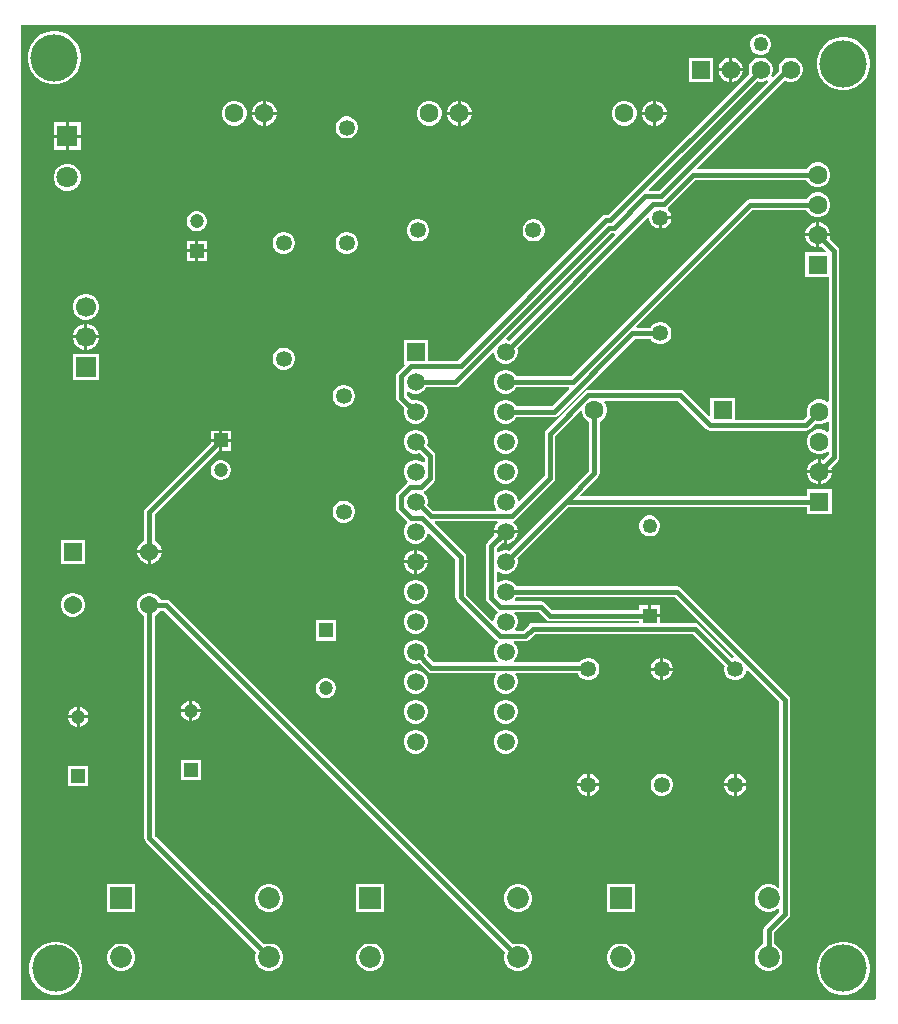
<source format=gbl>
%FSTAX23Y23*%
%MOIN*%
%SFA1B1*%

%IPPOS*%
%ADD16C,0.049210*%
%ADD17C,0.061810*%
%ADD18R,0.061810X0.061810*%
%ADD19R,0.072840X0.072840*%
%ADD21C,0.072840*%
%ADD24R,0.047240X0.047240*%
%ADD29C,0.062990*%
%ADD31C,0.047240*%
%ADD32C,0.060630*%
%ADD33R,0.049210X0.049210*%
%ADD34R,0.062990X0.062990*%
%ADD38R,0.060630X0.060630*%
%ADD40C,0.015750*%
%ADD41C,0.053150*%
%ADD42C,0.059060*%
%ADD43R,0.059060X0.059060*%
%ADD44R,0.062990X0.062990*%
%ADD45C,0.066930*%
%ADD46C,0.070870*%
%ADD47R,0.070870X0.070870*%
%ADD48R,0.066930X0.066930*%
%ADD49C,0.157480*%
%LNclicguard-1*%
%LPD*%
G36*
X05165Y0101D02*
X0516Y01005D01*
X02315*
Y04255*
X05165*
Y0101*
G37*
%LNclicguard-2*%
%LPC*%
G36*
X04784Y04224D02*
X04775D01*
X04766Y04222*
X04758Y04217*
X04752Y04211*
X04747Y04203*
X04745Y04194*
Y04185*
X04747Y04176*
X04752Y04168*
X04758Y04162*
X04766Y04157*
X04775Y04155*
X04784*
X04793Y04157*
X04801Y04162*
X04807Y04168*
X04812Y04176*
X04814Y04185*
Y04194*
X04812Y04203*
X04807Y04211*
X04801Y04217*
X04793Y04222*
X04784Y04224*
G37*
G36*
X04685Y04145D02*
X04685D01*
Y0411*
X0472*
Y0411*
X04718Y0412*
X04712Y0413*
X04705Y04137*
X04695Y04143*
X04685Y04145*
G37*
G36*
X04675D02*
X04674D01*
X04664Y04143*
X04654Y04137*
X04647Y0413*
X04641Y0412*
X04639Y0411*
Y0411*
X04675*
Y04145*
G37*
G36*
X04885D02*
X04874D01*
X04864Y04143*
X04854Y04137*
X04847Y0413*
X04841Y0412*
X04839Y0411*
Y04101*
X04819Y04081*
X04815Y04084*
X04818Y04089*
X0482Y04099*
Y0411*
X04818Y0412*
X04812Y0413*
X04805Y04137*
X04795Y04143*
X04785Y04145*
X04774*
X04764Y04143*
X04754Y04137*
X04747Y0413*
X04741Y0412*
X04739Y0411*
Y04099*
X04741Y04091*
X04271Y03622*
X04265*
X04258Y0362*
X04252Y03616*
X03771Y03135*
X03669*
Y03204*
X0359*
Y03125*
X03591*
X03593Y0312*
X03569Y03097*
X03565Y03091*
X03564Y03084*
Y03012*
X03565Y03005*
X03569Y02999*
X03592Y02976*
X0359Y0297*
Y02959*
X03593Y02949*
X03598Y0294*
X03605Y02933*
X03614Y02928*
X03624Y02925*
X03635*
X03645Y02928*
X03654Y02933*
X03661Y0294*
X03666Y02949*
X03669Y02959*
Y0297*
X03666Y0298*
X03661Y02989*
X03654Y02996*
X03645Y03001*
X03635Y03004*
X03624*
X03618Y03002*
X036Y03019*
Y03031*
X03605Y03033*
X03605Y03033*
X03614Y03028*
X03624Y03025*
X03635*
X03645Y03028*
X03654Y03033*
X03661Y0304*
X03665Y03046*
X03762*
X03769Y03048*
X03775Y03052*
X03885Y03162*
X0389Y0316*
Y03159*
X03893Y03149*
X03898Y0314*
X03905Y03133*
X03914Y03128*
X03924Y03125*
X03935*
X03945Y03128*
X03954Y03133*
X03961Y0314*
X03966Y03149*
X03969Y03159*
Y0317*
X03967Y03176*
X04403Y03613*
X04408Y03611*
Y03608*
X0441Y03598*
X04415Y0359*
X04422Y03583*
X0443Y03578*
X0444Y03576*
Y03612*
X04445*
Y03617*
X04481*
X04479Y03627*
X04474Y03635*
X0447Y03638*
X0447Y03644*
X04562Y03736*
X04932*
X04936Y03729*
X04944Y03721*
X04953Y03716*
X04964Y03713*
X04975*
X04986Y03716*
X04995Y03721*
X05003Y03729*
X05008Y03738*
X05011Y03749*
Y0376*
X05008Y03771*
X05003Y0378*
X04995Y03788*
X04986Y03793*
X04975Y03796*
X04964*
X04953Y03793*
X04944Y03788*
X04936Y0378*
X04932Y03773*
X04569*
X04567Y03777*
X04859Y04069*
X04864Y04066*
X04874Y04064*
X04885*
X04895Y04066*
X04905Y04072*
X04912Y04079*
X04918Y04089*
X0492Y04099*
Y0411*
X04918Y0412*
X04912Y0413*
X04905Y04137*
X04895Y04143*
X04885Y04145*
G37*
G36*
X0472Y041D02*
X04685D01*
Y04064*
X04685*
X04695Y04066*
X04705Y04072*
X04712Y04079*
X04718Y04089*
X0472Y04099*
Y041*
G37*
G36*
X04675D02*
X04639D01*
Y04099*
X04641Y04089*
X04647Y04079*
X04654Y04072*
X04664Y04066*
X04674Y04064*
X04675*
Y041*
G37*
G36*
X0462Y04145D02*
X04539D01*
Y04064*
X0462*
Y04145*
G37*
G36*
X02433Y04233D02*
X02416D01*
X02399Y0423*
X02382Y04223*
X02368Y04213*
X02356Y04201*
X02346Y04187*
X02339Y0417*
X02336Y04153*
Y04136*
X02339Y04119*
X02346Y04102*
X02356Y04088*
X02368Y04076*
X02382Y04066*
X02399Y04059*
X02416Y04056*
X02433*
X0245Y04059*
X02467Y04066*
X02481Y04076*
X02493Y04088*
X02503Y04102*
X0251Y04119*
X02513Y04136*
Y04153*
X0251Y0417*
X02503Y04187*
X02493Y04201*
X02481Y04213*
X02467Y04223*
X0245Y0423*
X02433Y04233*
G37*
G36*
X05063Y04213D02*
X05046D01*
X05029Y0421*
X05012Y04203*
X04998Y04193*
X04986Y04181*
X04976Y04167*
X04969Y0415*
X04966Y04133*
Y04116*
X04969Y04099*
X04976Y04082*
X04986Y04068*
X04998Y04056*
X05012Y04046*
X05029Y04039*
X05046Y04036*
X05063*
X0508Y04039*
X05097Y04046*
X05111Y04056*
X05123Y04068*
X05133Y04082*
X0514Y04099*
X05143Y04116*
Y04133*
X0514Y0415*
X05133Y04167*
X05123Y04181*
X05111Y04193*
X05097Y04203*
X0508Y0421*
X05063Y04213*
G37*
G36*
X0443Y04001D02*
X0443D01*
Y03965*
X04466*
Y03965*
X04463Y03976*
X04458Y03985*
X0445Y03993*
X04441Y03998*
X0443Y04001*
G37*
G36*
X0442D02*
X04419D01*
X04408Y03998*
X04399Y03993*
X04391Y03985*
X04386Y03976*
X04383Y03965*
Y03965*
X0442*
Y04001*
G37*
G36*
X0378D02*
X0378D01*
Y03965*
X03816*
Y03965*
X03813Y03976*
X03808Y03985*
X038Y03993*
X03791Y03998*
X0378Y04001*
G37*
G36*
X0377D02*
X03769D01*
X03758Y03998*
X03749Y03993*
X03741Y03985*
X03736Y03976*
X03733Y03965*
Y03965*
X0377*
Y04001*
G37*
G36*
X0313D02*
X0313D01*
Y03965*
X03166*
Y03965*
X03163Y03976*
X03158Y03985*
X0315Y03993*
X03141Y03998*
X0313Y04001*
G37*
G36*
X0312D02*
X03119D01*
X03108Y03998*
X03099Y03993*
X03091Y03985*
X03086Y03976*
X03083Y03965*
Y03965*
X0312*
Y04001*
G37*
G36*
X04466Y03955D02*
X0443D01*
Y03918*
X0443*
X04441Y03921*
X0445Y03926*
X04458Y03934*
X04463Y03943*
X04466Y03954*
Y03955*
G37*
G36*
X0442D02*
X04383D01*
Y03954*
X04386Y03943*
X04391Y03934*
X04399Y03926*
X04408Y03921*
X04419Y03918*
X0442*
Y03955*
G37*
G36*
X0433Y04001D02*
X04319D01*
X04308Y03998*
X04299Y03993*
X04291Y03985*
X04286Y03976*
X04283Y03965*
Y03954*
X04286Y03943*
X04291Y03934*
X04299Y03926*
X04308Y03921*
X04319Y03918*
X0433*
X04341Y03921*
X0435Y03926*
X04358Y03934*
X04363Y03943*
X04366Y03954*
Y03965*
X04363Y03976*
X04358Y03985*
X0435Y03993*
X04341Y03998*
X0433Y04001*
G37*
G36*
X03816Y03955D02*
X0378D01*
Y03918*
X0378*
X03791Y03921*
X038Y03926*
X03808Y03934*
X03813Y03943*
X03816Y03954*
Y03955*
G37*
G36*
X0377D02*
X03733D01*
Y03954*
X03736Y03943*
X03741Y03934*
X03749Y03926*
X03758Y03921*
X03769Y03918*
X0377*
Y03955*
G37*
G36*
X0368Y04001D02*
X03669D01*
X03658Y03998*
X03649Y03993*
X03641Y03985*
X03636Y03976*
X03633Y03965*
Y03954*
X03636Y03943*
X03641Y03934*
X03649Y03926*
X03658Y03921*
X03669Y03918*
X0368*
X03691Y03921*
X037Y03926*
X03708Y03934*
X03713Y03943*
X03716Y03954*
Y03965*
X03713Y03976*
X03708Y03985*
X037Y03993*
X03691Y03998*
X0368Y04001*
G37*
G36*
X03166Y03955D02*
X0313D01*
Y03918*
X0313*
X03141Y03921*
X0315Y03926*
X03158Y03934*
X03163Y03943*
X03166Y03954*
Y03955*
G37*
G36*
X0312D02*
X03083D01*
Y03954*
X03086Y03943*
X03091Y03934*
X03099Y03926*
X03108Y03921*
X03119Y03918*
X0312*
Y03955*
G37*
G36*
X0303Y04001D02*
X03019D01*
X03008Y03998*
X02999Y03993*
X02991Y03985*
X02986Y03976*
X02983Y03965*
Y03954*
X02986Y03943*
X02991Y03934*
X02999Y03926*
X03008Y03921*
X03019Y03918*
X0303*
X03041Y03921*
X0305Y03926*
X03058Y03934*
X03063Y03943*
X03066Y03954*
Y03965*
X03063Y03976*
X03058Y03985*
X0305Y03993*
X03041Y03998*
X0303Y04001*
G37*
G36*
X02514Y03929D02*
X02473D01*
Y03888*
X02514*
Y03929*
G37*
G36*
X02463D02*
X02423D01*
Y03888*
X02463*
Y03929*
G37*
G36*
X03404Y03949D02*
X03395D01*
X03385Y03947*
X03377Y03942*
X0337Y03935*
X03365Y03927*
X03363Y03917*
Y03908*
X03365Y03898*
X0337Y0389*
X03377Y03883*
X03385Y03878*
X03395Y03876*
X03404*
X03414Y03878*
X03422Y03883*
X03429Y0389*
X03434Y03898*
X03436Y03908*
Y03917*
X03434Y03927*
X03429Y03935*
X03422Y03942*
X03414Y03947*
X03404Y03949*
G37*
G36*
X02514Y03878D02*
X02473D01*
Y03838*
X02514*
Y03878*
G37*
G36*
X02463D02*
X02423D01*
Y03838*
X02463*
Y03878*
G37*
G36*
X02474Y03791D02*
X02462D01*
X02451Y03788*
X02441Y03782*
X02432Y03774*
X02426Y03763*
X02423Y03752*
Y0374*
X02426Y03728*
X02432Y03718*
X02441Y03709*
X02451Y03703*
X02462Y037*
X02474*
X02486Y03703*
X02496Y03709*
X02505Y03718*
X02511Y03728*
X02514Y0374*
Y03752*
X02511Y03763*
X02505Y03774*
X02496Y03782*
X02486Y03788*
X02474Y03791*
G37*
G36*
X04975Y03696D02*
X04964D01*
X04953Y03693*
X04944Y03688*
X04936Y0368*
X04932Y03673*
X04744*
X04737Y03671*
X04731Y03667*
X04146Y03083*
X03965*
X03961Y03089*
X03954Y03096*
X03945Y03101*
X03935Y03104*
X03924*
X03914Y03101*
X03905Y03096*
X03898Y03089*
X03893Y0308*
X0389Y0307*
Y03059*
X03893Y03049*
X03898Y0304*
X03905Y03033*
X03914Y03028*
X03924Y03025*
X03935*
X03945Y03028*
X03954Y03033*
X03961Y0304*
X03965Y03046*
X0414*
X04142Y03042*
X04083Y02983*
X03965*
X03961Y02989*
X03954Y02996*
X03945Y03001*
X03935Y03004*
X03924*
X03914Y03001*
X03905Y02996*
X03898Y02989*
X03893Y0298*
X0389Y0297*
Y02959*
X03893Y02949*
X03898Y0294*
X03905Y02933*
X03914Y02928*
X03924Y02925*
X03935*
X03945Y02928*
X03954Y02933*
X03961Y0294*
X03965Y02946*
X0409*
X04097Y02948*
X04103Y02952*
X0436Y03208*
X04413*
X04415Y03204*
X04422Y03197*
X0443Y03193*
X0444Y0319*
X04449*
X04459Y03193*
X04467Y03197*
X04474Y03204*
X04479Y03212*
X04481Y03222*
Y03231*
X04479Y03241*
X04474Y03249*
X04467Y03256*
X04459Y03261*
X04449Y03263*
X0444*
X0443Y03261*
X04422Y03256*
X04415Y03249*
X04413Y03245*
X04367*
X04365Y03249*
X04752Y03636*
X04932*
X04936Y03629*
X04944Y03621*
X04953Y03616*
X04964Y03613*
X04975*
X04986Y03616*
X04995Y03621*
X05003Y03629*
X05008Y03638*
X05011Y03649*
Y0366*
X05008Y03671*
X05003Y0368*
X04995Y03688*
X04986Y03693*
X04975Y03696*
G37*
G36*
X04481Y03607D02*
X0445D01*
Y03576*
X04459Y03578*
X04467Y03583*
X04474Y0359*
X04479Y03598*
X04481Y03607*
G37*
G36*
X02904Y03633D02*
X02895D01*
X02887Y03631*
X02879Y03626*
X02873Y0362*
X02868Y03612*
X02866Y03604*
Y03595*
X02868Y03587*
X02873Y03579*
X02879Y03573*
X02887Y03568*
X02895Y03566*
X02904*
X02912Y03568*
X0292Y03573*
X02926Y03579*
X02931Y03587*
X02933Y03595*
Y03604*
X02931Y03612*
X02926Y0362*
X0292Y03626*
X02912Y03631*
X02904Y03633*
G37*
G36*
X04975Y03596D02*
X04975D01*
Y0356*
X05011*
Y0356*
X05008Y03571*
X05003Y0358*
X04995Y03588*
X04986Y03593*
X04975Y03596*
G37*
G36*
X04965D02*
X04964D01*
X04953Y03593*
X04944Y03588*
X04936Y0358*
X04931Y03571*
X04928Y0356*
Y0356*
X04965*
Y03596*
G37*
G36*
X04027Y03606D02*
X04018D01*
X04008Y03604*
X04Y03599*
X03993Y03592*
X03988Y03584*
X03986Y03574*
Y03565*
X03988Y03555*
X03993Y03547*
X04Y0354*
X04008Y03535*
X04018Y03533*
X04027*
X04037Y03535*
X04045Y0354*
X04052Y03547*
X04057Y03555*
X04059Y03565*
Y03574*
X04057Y03584*
X04052Y03592*
X04045Y03599*
X04037Y03604*
X04027Y03606*
G37*
G36*
X03641D02*
X03632D01*
X03622Y03604*
X03614Y03599*
X03607Y03592*
X03603Y03584*
X036Y03574*
Y03565*
X03603Y03555*
X03607Y03547*
X03614Y0354*
X03622Y03535*
X03632Y03533*
X03641*
X03651Y03535*
X03659Y0354*
X03666Y03547*
X03671Y03555*
X03673Y03565*
Y03574*
X03671Y03584*
X03666Y03592*
X03659Y03599*
X03651Y03604*
X03641Y03606*
G37*
G36*
X04965Y0355D02*
X04928D01*
Y03549*
X04931Y03538*
X04936Y03529*
X04944Y03521*
X04953Y03516*
X04964Y03513*
X04965*
Y0355*
G37*
G36*
X02933Y03535D02*
X02905D01*
Y03506*
X02933*
Y03535*
G37*
G36*
X02895D02*
X02866D01*
Y03506*
X02895*
Y03535*
G37*
G36*
X03194Y03564D02*
X03185D01*
X03175Y03562*
X03167Y03557*
X0316Y0355*
X03155Y03542*
X03153Y03532*
Y03523*
X03155Y03513*
X0316Y03505*
X03167Y03498*
X03175Y03493*
X03185Y03491*
X03194*
X03204Y03493*
X03212Y03498*
X03219Y03505*
X03224Y03513*
X03226Y03523*
Y03532*
X03224Y03542*
X03219Y0355*
X03212Y03557*
X03204Y03562*
X03194Y03564*
G37*
G36*
X03404Y03563D02*
X03395D01*
X03385Y03561*
X03377Y03556*
X0337Y03549*
X03365Y03541*
X03363Y03531*
Y03522*
X03365Y03512*
X0337Y03504*
X03377Y03497*
X03385Y03493*
X03395Y0349*
X03404*
X03414Y03493*
X03422Y03497*
X03429Y03504*
X03434Y03512*
X03436Y03522*
Y03531*
X03434Y03541*
X03429Y03549*
X03422Y03556*
X03414Y03561*
X03404Y03563*
G37*
G36*
X02933Y03496D02*
X02905D01*
Y03467*
X02933*
Y03496*
G37*
G36*
X02895D02*
X02866D01*
Y03467*
X02895*
Y03496*
G37*
G36*
X02535Y03358D02*
X02524D01*
X02513Y03355*
X02503Y03349*
X02495Y03341*
X02489Y03331*
X02486Y0332*
Y03309*
X02489Y03298*
X02495Y03288*
X02503Y0328*
X02513Y03274*
X02524Y03271*
X02535*
X02546Y03274*
X02556Y0328*
X02564Y03288*
X0257Y03298*
X02573Y03309*
Y0332*
X0257Y03331*
X02564Y03341*
X02556Y03349*
X02546Y03355*
X02535Y03358*
G37*
G36*
Y03258D02*
X02535D01*
Y0322*
X02573*
Y0322*
X0257Y03231*
X02564Y03241*
X02556Y03249*
X02546Y03255*
X02535Y03258*
G37*
G36*
X02525D02*
X02524D01*
X02513Y03255*
X02503Y03249*
X02495Y03241*
X02489Y03231*
X02486Y0322*
Y0322*
X02525*
Y03258*
G37*
G36*
X02573Y0321D02*
X02535D01*
Y03171*
X02535*
X02546Y03174*
X02556Y0318*
X02564Y03188*
X0257Y03198*
X02573Y03209*
Y0321*
G37*
G36*
X02525D02*
X02486D01*
Y03209*
X02489Y03198*
X02495Y03188*
X02503Y0318*
X02513Y03174*
X02524Y03171*
X02525*
Y0321*
G37*
G36*
X03194Y03178D02*
X03185D01*
X03175Y03176*
X03167Y03171*
X0316Y03164*
X03155Y03156*
X03153Y03146*
Y03137*
X03155Y03127*
X0316Y03119*
X03167Y03112*
X03175Y03108*
X03185Y03105*
X03194*
X03204Y03108*
X03212Y03112*
X03219Y03119*
X03224Y03127*
X03226Y03137*
Y03146*
X03224Y03156*
X03219Y03164*
X03212Y03171*
X03204Y03176*
X03194Y03178*
G37*
G36*
X02573Y03158D02*
X02486D01*
Y03071*
X02573*
Y03158*
G37*
G36*
X05011Y0355D02*
X04975D01*
Y03513*
X04975*
X04983Y03515*
X04998Y03501*
X04996Y03496*
X04928*
Y03413*
X05006*
Y02999*
X05001Y02997*
X05Y02998*
X04991Y03003*
X0498Y03006*
X04969*
X04958Y03003*
X04949Y02998*
X04941Y0299*
X04936Y02981*
X04933Y0297*
Y02959*
X04935Y02951*
X04923Y02938*
X04695*
Y03011*
X04612*
Y02951*
X04607Y02949*
X04525Y03032*
X04519Y03036*
X04512Y03037*
X04205*
X04198Y03036*
X04192Y03032*
X04064Y02904*
X0406Y02898*
X04059Y02891*
Y02753*
X03974Y02667*
X03969Y02669*
Y0267*
X03966Y0268*
X03961Y02689*
X03954Y02696*
X03945Y02701*
X03935Y02704*
X03924*
X03914Y02701*
X03905Y02696*
X03898Y02689*
X03893Y0268*
X0389Y0267*
Y02659*
X03893Y02649*
X03898Y0264*
X03898Y0264*
X03896Y02635*
X03688*
X03668Y02655*
X03669Y02659*
Y0267*
X03666Y0268*
X03661Y02689*
X03656Y02694*
X03657Y027*
X03659Y02702*
X0369Y02732*
X03694Y02738*
X03695Y02745*
Y02817*
X03694Y02824*
X0369Y0283*
X03667Y02853*
X03669Y02859*
Y0287*
X03666Y0288*
X03661Y02889*
X03654Y02896*
X03645Y02901*
X03635Y02904*
X03624*
X03614Y02901*
X03605Y02896*
X03598Y02889*
X03593Y0288*
X0359Y0287*
Y02859*
X03593Y02849*
X03598Y0284*
X03605Y02833*
X03614Y02828*
X03624Y02825*
X03635*
X03641Y02827*
X03659Y0281*
Y02798*
X03654Y02796*
X03654Y02796*
X03645Y02801*
X03635Y02804*
X03624*
X03614Y02801*
X03605Y02796*
X03598Y02789*
X03593Y0278*
X0359Y0277*
Y02759*
X03593Y02749*
X03598Y0274*
X03603Y02735*
X03603Y02732*
X03602Y02729*
X036Y02727*
X03569Y02697*
X03565Y02691*
X03564Y02684*
Y02645*
X03565Y02638*
X03569Y02632*
X03602Y026*
X03602Y02598*
X03602Y02593*
X03598Y02589*
X03593Y0258*
X0359Y0257*
Y02559*
X03593Y02549*
X03598Y0254*
X03605Y02533*
X03614Y02528*
X03624Y02525*
X03635*
X03645Y02528*
X03654Y02533*
X03661Y0254*
X03666Y02549*
X03669Y02559*
Y0256*
X03674Y02562*
X03761Y02474*
Y02347*
Y02347*
X03763Y0234*
X03767Y02335*
X03897Y02204*
X03903Y022*
X03903Y022*
X03904Y02195*
X03898Y02189*
X03893Y0218*
X0389Y0217*
Y02159*
X03893Y02149*
X03898Y0214*
X03903Y02135*
X03901Y0213*
X0369*
X03667Y02153*
X03669Y02159*
Y0217*
X03666Y0218*
X03661Y02189*
X03654Y02196*
X03645Y02201*
X03635Y02204*
X03624*
X03614Y02201*
X03605Y02196*
X03598Y02189*
X03593Y0218*
X0359Y0217*
Y02159*
X03593Y02149*
X03598Y0214*
X03605Y02133*
X03614Y02128*
X03624Y02125*
X03635*
X03641Y02127*
X03669Y02099*
X03675Y02095*
X03682Y02094*
X03896*
X03898Y02089*
X03898Y02089*
X03893Y0208*
X0389Y0207*
Y02059*
X03893Y02049*
X03898Y0204*
X03905Y02033*
X03914Y02028*
X03924Y02025*
X03935*
X03945Y02028*
X03954Y02033*
X03961Y0204*
X03966Y02049*
X03969Y02059*
Y0207*
X03966Y0208*
X03961Y02089*
X03961Y02089*
X03963Y02094*
X0417*
X0417Y02093*
X04175Y02085*
X04182Y02078*
X0419Y02073*
X042Y02071*
X04209*
X04219Y02073*
X04227Y02078*
X04234Y02085*
X04239Y02093*
X04241Y02103*
Y02112*
X04239Y02122*
X04234Y0213*
X04227Y02137*
X04219Y02142*
X04209Y02144*
X042*
X0419Y02142*
X04182Y02137*
X04175Y0213*
X03958*
X03956Y02135*
X03961Y0214*
X03966Y02149*
X03969Y02159*
Y0217*
X03966Y0218*
X03961Y02189*
X03956Y02194*
X03958Y02199*
X03993*
X04Y022*
X04006Y02204*
X04026Y02224*
X04552*
X04659Y02117*
X04658Y02112*
Y02103*
X0466Y02093*
X04665Y02085*
X04672Y02078*
X0468Y02073*
X0469Y02071*
X04699*
X04709Y02073*
X04717Y02078*
X04724Y02085*
X04729Y02093*
X04731Y02101*
X04736Y02103*
X04842Y01997*
Y01379*
X04837Y01377*
X04834Y0138*
X04823Y01386*
X04812Y01389*
X04799*
X04788Y01386*
X04777Y0138*
X04768Y01371*
X04762Y01361*
X04759Y01349*
Y01337*
X04762Y01325*
X04768Y01314*
X04777Y01306*
X04788Y013*
X04799Y01297*
X04812*
X04823Y013*
X04834Y01306*
X04837Y01309*
X04842Y01307*
Y01298*
X04793Y01249*
X04789Y01243*
X04787Y01236*
Y01189*
X04777Y01183*
X04768Y01175*
X04762Y01164*
X04759Y01152*
Y0114*
X04762Y01128*
X04768Y01118*
X04777Y01109*
X04788Y01103*
X04799Y011*
X04812*
X04823Y01103*
X04834Y01109*
X04843Y01118*
X04849Y01128*
X04852Y0114*
Y01152*
X04849Y01164*
X04843Y01175*
X04834Y01183*
X04824Y01189*
Y01229*
X04873Y01278*
X04877Y01284*
X04878Y01291*
Y02005*
X04877Y02012*
X04873Y02018*
X04513Y02377*
X04507Y02381*
X045Y02383*
X03965*
X03961Y02389*
X03954Y02396*
X03945Y02401*
X03935Y02404*
X03924*
X03914Y02401*
X03905Y02396*
X03905Y02396*
X039Y02398*
Y02431*
X03905Y02433*
X03905Y02433*
X03914Y02428*
X03924Y02425*
X03935*
X03945Y02428*
X03954Y02433*
X03961Y0244*
X03966Y02449*
X03969Y02459*
Y0247*
X03967Y02476*
X04137Y02646*
X04933*
Y02623*
X05016*
Y02706*
X04933*
Y02683*
X0418*
X04178Y02687*
X04238Y02748*
X04242Y02753*
X04244Y0276*
Y02932*
X04251Y02936*
X04259Y02944*
X04264Y02953*
X04267Y02964*
Y02975*
X04264Y02986*
X04259Y02995*
X04258Y02996*
X04259Y03001*
X04504*
X04598Y02907*
X04604Y02903*
X04611Y02902*
X0493*
X04937Y02903*
X04943Y02907*
X04961Y02925*
X04969Y02923*
X0498*
X04991Y02926*
X05Y02931*
X05001Y02932*
X05006Y0293*
Y02899*
X05001Y02897*
X05Y02898*
X04991Y02903*
X0498Y02906*
X04969*
X04958Y02903*
X04949Y02898*
X04941Y0289*
X04936Y02881*
X04933Y0287*
Y02859*
X04936Y02848*
X04941Y02839*
X04949Y02831*
X04958Y02826*
X04969Y02823*
X0498*
X04991Y02826*
X05Y02831*
X05001Y02832*
X05006Y0283*
Y02821*
X04988Y02804*
X0498Y02806*
X0498*
Y0277*
X05016*
Y0277*
X05014Y02778*
X05037Y02801*
X05041Y02807*
X05042Y02814*
Y035*
X05041Y03507*
X05037Y03513*
X05009Y03541*
X05011Y03549*
Y0355*
G37*
G36*
X03394Y03054D02*
X03385D01*
X03375Y03052*
X03367Y03047*
X0336Y0304*
X03355Y03032*
X03353Y03022*
Y03013*
X03355Y03003*
X0336Y02995*
X03367Y02988*
X03375Y02983*
X03385Y02981*
X03394*
X03404Y02983*
X03412Y02988*
X03419Y02995*
X03424Y03003*
X03426Y03013*
Y03022*
X03424Y03032*
X03419Y0304*
X03412Y03047*
X03404Y03052*
X03394Y03054*
G37*
G36*
X03013Y02902D02*
X02985D01*
Y02874*
X03013*
Y02902*
G37*
G36*
X02975D02*
X02946D01*
Y02874*
X02975*
Y02902*
G37*
G36*
X03013Y02864D02*
X02985D01*
Y02835*
X03013*
Y02864*
G37*
G36*
X03935Y02904D02*
X03924D01*
X03914Y02901*
X03905Y02896*
X03898Y02889*
X03893Y0288*
X0389Y0287*
Y02859*
X03893Y02849*
X03898Y0284*
X03905Y02833*
X03914Y02828*
X03924Y02825*
X03935*
X03945Y02828*
X03954Y02833*
X03961Y0284*
X03966Y02849*
X03969Y02859*
Y0287*
X03966Y0288*
X03961Y02889*
X03954Y02896*
X03945Y02901*
X03935Y02904*
G37*
G36*
X0497Y02806D02*
X04969D01*
X04958Y02803*
X04949Y02798*
X04941Y0279*
X04936Y02781*
X04933Y0277*
Y0277*
X0497*
Y02806*
G37*
G36*
X02984Y02804D02*
X02975D01*
X02967Y02802*
X02959Y02797*
X02953Y02791*
X02948Y02783*
X02946Y02775*
Y02766*
X02948Y02757*
X02953Y0275*
X02959Y02743*
X02967Y02739*
X02975Y02737*
X02984*
X02992Y02739*
X03Y02743*
X03006Y0275*
X03011Y02757*
X03013Y02766*
Y02775*
X03011Y02783*
X03006Y02791*
X03Y02797*
X02992Y02802*
X02984Y02804*
G37*
G36*
X03935Y02804D02*
X03924D01*
X03914Y02801*
X03905Y02796*
X03898Y02789*
X03893Y0278*
X0389Y0277*
Y02759*
X03893Y02749*
X03898Y0274*
X03905Y02733*
X03914Y02728*
X03924Y02725*
X03935*
X03945Y02728*
X03954Y02733*
X03961Y0274*
X03966Y02749*
X03969Y02759*
Y0277*
X03966Y0278*
X03961Y02789*
X03954Y02796*
X03945Y02801*
X03935Y02804*
G37*
G36*
X05016Y0276D02*
X0498D01*
Y02723*
X0498*
X04991Y02726*
X05Y02731*
X05008Y02739*
X05013Y02748*
X05016Y02759*
Y0276*
G37*
G36*
X0497D02*
X04933D01*
Y02759*
X04936Y02748*
X04941Y02739*
X04949Y02731*
X04958Y02726*
X04969Y02723*
X0497*
Y0276*
G37*
G36*
X03394Y02668D02*
X03385D01*
X03375Y02666*
X03367Y02661*
X0336Y02654*
X03355Y02646*
X03353Y02636*
Y02627*
X03355Y02617*
X0336Y02609*
X03367Y02602*
X03375Y02598*
X03385Y02595*
X03394*
X03404Y02598*
X03412Y02602*
X03419Y02609*
X03424Y02617*
X03426Y02627*
Y02636*
X03424Y02646*
X03419Y02654*
X03412Y02661*
X03404Y02666*
X03394Y02668*
G37*
G36*
X04414Y02619D02*
X04405D01*
X04396Y02616*
X04388Y02612*
X04382Y02605*
X04377Y02597*
X04375Y02589*
Y0258*
X04377Y02571*
X04382Y02563*
X04388Y02556*
X04396Y02552*
X04405Y0255*
X04414*
X04423Y02552*
X04431Y02556*
X04437Y02563*
X04442Y02571*
X04444Y0258*
Y02589*
X04442Y02597*
X04437Y02605*
X04431Y02612*
X04423Y02616*
X04414Y02619*
G37*
G36*
X02975Y02864D02*
X02946D01*
Y02861*
X0273Y02645*
X02726Y02639*
X02724Y02632*
Y02534*
X02718Y0253*
X0271Y02523*
X02705Y02514*
X02702Y02503*
Y02503*
X02742*
X02783*
Y02503*
X0278Y02514*
X02775Y02523*
X02767Y0253*
X02761Y02534*
Y02624*
X02972Y02835*
X02975*
Y02864*
G37*
G36*
X03635Y02504D02*
X03635D01*
Y0247*
X03669*
Y0247*
X03666Y0248*
X03661Y02489*
X03654Y02496*
X03645Y02501*
X03635Y02504*
G37*
G36*
X03625D02*
X03624D01*
X03614Y02501*
X03605Y02496*
X03598Y02489*
X03593Y0248*
X0359Y0247*
Y0247*
X03625*
Y02504*
G37*
G36*
X02783Y02493D02*
X02747D01*
Y02458*
X02748*
X02758Y02461*
X02767Y02466*
X02775Y02473*
X0278Y02483*
X02783Y02493*
Y02493*
G37*
G36*
X02737D02*
X02702D01*
Y02493*
X02705Y02483*
X0271Y02473*
X02718Y02466*
X02727Y02461*
X02737Y02458*
X02737*
Y02493*
G37*
G36*
X02527Y02538D02*
X02446D01*
Y02458*
X02527*
Y02538*
G37*
G36*
X03669Y0246D02*
X03635D01*
Y02425*
X03635*
X03645Y02428*
X03654Y02433*
X03661Y0244*
X03666Y02449*
X03669Y02459*
Y0246*
G37*
G36*
X03625D02*
X0359D01*
Y02459*
X03593Y02449*
X03598Y0244*
X03605Y02433*
X03614Y02428*
X03624Y02425*
X03625*
Y0246*
G37*
G36*
X03635Y02404D02*
X03624D01*
X03614Y02401*
X03605Y02396*
X03598Y02389*
X03593Y0238*
X0359Y0237*
Y02359*
X03593Y02349*
X03598Y0234*
X03605Y02333*
X03614Y02328*
X03624Y02325*
X03635*
X03645Y02328*
X03654Y02333*
X03661Y0234*
X03666Y02349*
X03669Y02359*
Y0237*
X03666Y0238*
X03661Y02389*
X03654Y02396*
X03645Y02401*
X03635Y02404*
G37*
G36*
X02492Y02361D02*
X02481D01*
X02471Y02358*
X02462Y02353*
X02454Y02346*
X02449Y02336*
X02446Y02326*
Y02316*
X02449Y02305*
X02454Y02296*
X02462Y02289*
X02471Y02283*
X02481Y02281*
X02492*
X02502Y02283*
X02511Y02289*
X02519Y02296*
X02524Y02305*
X02527Y02316*
Y02326*
X02524Y02336*
X02519Y02346*
X02511Y02353*
X02502Y02358*
X02492Y02361*
G37*
G36*
X03635Y02304D02*
X03624D01*
X03614Y02301*
X03605Y02296*
X03598Y02289*
X03593Y0228*
X0359Y0227*
Y02259*
X03593Y02249*
X03598Y0224*
X03605Y02233*
X03614Y02228*
X03624Y02225*
X03635*
X03645Y02228*
X03654Y02233*
X03661Y0224*
X03666Y02249*
X03669Y02259*
Y0227*
X03666Y0228*
X03661Y02289*
X03654Y02296*
X03645Y02301*
X03635Y02304*
G37*
G36*
X03363Y02269D02*
X03296D01*
Y02202*
X03363*
Y02269*
G37*
G36*
X04455Y02144D02*
Y02112D01*
X04486*
X04484Y02122*
X04479Y0213*
X04472Y02137*
X04464Y02142*
X04455Y02144*
G37*
G36*
X04445D02*
X04435Y02142D01*
X04427Y02137*
X0442Y0213*
X04415Y02122*
X04413Y02112*
X04445*
Y02144*
G37*
G36*
X04486Y02102D02*
X04455D01*
Y02071*
X04464Y02073*
X04472Y02078*
X04479Y02085*
X04484Y02093*
X04486Y02102*
G37*
G36*
X04445D02*
X04413D01*
X04415Y02093*
X0442Y02085*
X04427Y02078*
X04435Y02073*
X04445Y02071*
Y02102*
G37*
G36*
X03635Y02104D02*
X03624D01*
X03614Y02101*
X03605Y02096*
X03598Y02089*
X03593Y0208*
X0359Y0207*
Y02059*
X03593Y02049*
X03598Y0204*
X03605Y02033*
X03614Y02028*
X03624Y02025*
X03635*
X03645Y02028*
X03654Y02033*
X03661Y0204*
X03666Y02049*
X03669Y02059*
Y0207*
X03666Y0208*
X03661Y02089*
X03654Y02096*
X03645Y02101*
X03635Y02104*
G37*
G36*
X03334Y02077D02*
X03325D01*
X03317Y02075*
X03309Y0207*
X03303Y02064*
X03298Y02056*
X03296Y02048*
Y02039*
X03298Y0203*
X03303Y02023*
X03309Y02017*
X03317Y02012*
X03325Y0201*
X03334*
X03342Y02012*
X0335Y02017*
X03356Y02023*
X03361Y0203*
X03363Y02039*
Y02048*
X03361Y02056*
X03356Y02064*
X0335Y0207*
X03342Y02075*
X03334Y02077*
G37*
G36*
X02885Y02001D02*
Y01973D01*
X02913*
X02911Y01981*
X02906Y01989*
X029Y01995*
X02892Y01999*
X02885Y02001*
G37*
G36*
X02875D02*
X02867Y01999D01*
X02859Y01995*
X02853Y01989*
X02848Y01981*
X02846Y01973*
X02875*
Y02001*
G37*
G36*
X0251Y01981D02*
Y01953D01*
X02538*
X02536Y01961*
X02531Y01969*
X02525Y01975*
X02517Y01979*
X0251Y01981*
G37*
G36*
X025D02*
X02492Y01979D01*
X02484Y01975*
X02478Y01969*
X02473Y01961*
X02471Y01953*
X025*
Y01981*
G37*
G36*
X02913Y01963D02*
X02885D01*
Y01934*
X02892Y01937*
X029Y01941*
X02906Y01947*
X02911Y01955*
X02913Y01963*
G37*
G36*
X02875D02*
X02846D01*
X02848Y01955*
X02853Y01947*
X02859Y01941*
X02867Y01937*
X02875Y01934*
Y01963*
G37*
G36*
X03935Y02004D02*
X03924D01*
X03914Y02001*
X03905Y01996*
X03898Y01989*
X03893Y0198*
X0389Y0197*
Y01959*
X03893Y01949*
X03898Y0194*
X03905Y01933*
X03914Y01928*
X03924Y01925*
X03935*
X03945Y01928*
X03954Y01933*
X03961Y0194*
X03966Y01949*
X03969Y01959*
Y0197*
X03966Y0198*
X03961Y01989*
X03954Y01996*
X03945Y02001*
X03935Y02004*
G37*
G36*
X03635D02*
X03624D01*
X03614Y02001*
X03605Y01996*
X03598Y01989*
X03593Y0198*
X0359Y0197*
Y01959*
X03593Y01949*
X03598Y0194*
X03605Y01933*
X03614Y01928*
X03624Y01925*
X03635*
X03645Y01928*
X03654Y01933*
X03661Y0194*
X03666Y01949*
X03669Y01959*
Y0197*
X03666Y0198*
X03661Y01989*
X03654Y01996*
X03645Y02001*
X03635Y02004*
G37*
G36*
X02538Y01943D02*
X0251D01*
Y01914*
X02517Y01917*
X02525Y01921*
X02531Y01927*
X02536Y01935*
X02538Y01943*
G37*
G36*
X025D02*
X02471D01*
X02473Y01935*
X02478Y01927*
X02484Y01921*
X02492Y01917*
X025Y01914*
Y01943*
G37*
G36*
X03935Y01904D02*
X03924D01*
X03914Y01901*
X03905Y01896*
X03898Y01889*
X03893Y0188*
X0389Y0187*
Y01859*
X03893Y01849*
X03898Y0184*
X03905Y01833*
X03914Y01828*
X03924Y01825*
X03935*
X03945Y01828*
X03954Y01833*
X03961Y0184*
X03966Y01849*
X03969Y01859*
Y0187*
X03966Y0188*
X03961Y01889*
X03954Y01896*
X03945Y01901*
X03935Y01904*
G37*
G36*
X03635D02*
X03624D01*
X03614Y01901*
X03605Y01896*
X03598Y01889*
X03593Y0188*
X0359Y0187*
Y01859*
X03593Y01849*
X03598Y0184*
X03605Y01833*
X03614Y01828*
X03624Y01825*
X03635*
X03645Y01828*
X03654Y01833*
X03661Y0184*
X03666Y01849*
X03669Y01859*
Y0187*
X03666Y0188*
X03661Y01889*
X03654Y01896*
X03645Y01901*
X03635Y01904*
G37*
G36*
X02913Y01805D02*
X02846D01*
Y01737*
X02913*
Y01805*
G37*
G36*
X047Y01758D02*
Y01727D01*
X04731*
X04729Y01736*
X04724Y01744*
X04717Y01751*
X04709Y01756*
X047Y01758*
G37*
G36*
X0421D02*
Y01727D01*
X04241*
X04239Y01736*
X04234Y01744*
X04227Y01751*
X04219Y01756*
X0421Y01758*
G37*
G36*
X0469D02*
X0468Y01756D01*
X04672Y01751*
X04665Y01744*
X0466Y01736*
X04658Y01727*
X0469*
Y01758*
G37*
G36*
X042D02*
X0419Y01756D01*
X04182Y01751*
X04175Y01744*
X0417Y01736*
X04168Y01727*
X042*
Y01758*
G37*
G36*
X02538Y01785D02*
X02471D01*
Y01717*
X02538*
Y01785*
G37*
G36*
X04731Y01717D02*
X047D01*
Y01685*
X04709Y01688*
X04717Y01692*
X04724Y01699*
X04729Y01707*
X04731Y01717*
G37*
G36*
X04241D02*
X0421D01*
Y01685*
X04219Y01688*
X04227Y01692*
X04234Y01699*
X04239Y01707*
X04241Y01717*
G37*
G36*
X0469D02*
X04658D01*
X0466Y01707*
X04665Y01699*
X04672Y01692*
X0468Y01688*
X0469Y01685*
Y01717*
G37*
G36*
X042D02*
X04168D01*
X0417Y01707*
X04175Y01699*
X04182Y01692*
X0419Y01688*
X042Y01685*
Y01717*
G37*
G36*
X04454Y01758D02*
X04445D01*
X04435Y01756*
X04427Y01751*
X0442Y01744*
X04415Y01736*
X04413Y01726*
Y01717*
X04415Y01707*
X0442Y01699*
X04427Y01692*
X04435Y01688*
X04445Y01685*
X04454*
X04464Y01688*
X04472Y01692*
X04479Y01699*
X04484Y01707*
X04486Y01717*
Y01726*
X04484Y01736*
X04479Y01744*
X04472Y01751*
X04464Y01756*
X04454Y01758*
G37*
G36*
X0436Y01389D02*
X04267D01*
Y01297*
X0436*
Y01389*
G37*
G36*
X03977D02*
X03964D01*
X03953Y01386*
X03942Y0138*
X03933Y01371*
X03927Y01361*
X03924Y01349*
Y01337*
X03927Y01325*
X03933Y01314*
X03942Y01306*
X03953Y013*
X03964Y01297*
X03977*
X03988Y013*
X03999Y01306*
X04008Y01314*
X04014Y01325*
X04017Y01337*
Y01349*
X04014Y01361*
X04008Y01371*
X03999Y0138*
X03988Y01386*
X03977Y01389*
G37*
G36*
X03525D02*
X03432D01*
Y01297*
X03525*
Y01389*
G37*
G36*
X03147D02*
X03134D01*
X03123Y01386*
X03112Y0138*
X03103Y01371*
X03097Y01361*
X03094Y01349*
Y01337*
X03097Y01325*
X03103Y01314*
X03112Y01306*
X03123Y013*
X03134Y01297*
X03147*
X03158Y013*
X03169Y01306*
X03178Y01314*
X03184Y01325*
X03187Y01337*
Y01349*
X03184Y01361*
X03178Y01371*
X03169Y0138*
X03158Y01386*
X03147Y01389*
G37*
G36*
X02695D02*
X02602D01*
Y01297*
X02695*
Y01389*
G37*
G36*
X0432Y01192D02*
X04307D01*
X04296Y01189*
X04285Y01183*
X04276Y01175*
X0427Y01164*
X04267Y01152*
Y0114*
X0427Y01128*
X04276Y01118*
X04285Y01109*
X04296Y01103*
X04307Y011*
X0432*
X04331Y01103*
X04342Y01109*
X04351Y01118*
X04357Y01128*
X0436Y0114*
Y01152*
X04357Y01164*
X04351Y01175*
X04342Y01183*
X04331Y01189*
X0432Y01192*
G37*
G36*
X02748Y02361D02*
X02737D01*
X02727Y02358*
X02718Y02353*
X0271Y02346*
X02705Y02336*
X02702Y02326*
Y02316*
X02705Y02305*
X0271Y02296*
X02718Y02289*
X02724Y02285*
Y01544*
X02726Y01537*
X0273Y01531*
X03097Y01164*
X03094Y01152*
Y0114*
X03097Y01128*
X03103Y01118*
X03112Y01109*
X03123Y01103*
X03134Y011*
X03147*
X03158Y01103*
X03169Y01109*
X03178Y01118*
X03184Y01128*
X03187Y0114*
Y01152*
X03184Y01164*
X03178Y01175*
X03169Y01183*
X03158Y01189*
X03147Y01192*
X03134*
X03123Y01189*
X02761Y01552*
Y02285*
X02767Y02289*
X02775Y02296*
X02778Y02302*
X02789*
X03927Y01164*
X03924Y01152*
Y0114*
X03927Y01128*
X03933Y01118*
X03942Y01109*
X03953Y01103*
X03964Y011*
X03977*
X03988Y01103*
X03999Y01109*
X04008Y01118*
X04014Y01128*
X04017Y0114*
Y01152*
X04014Y01164*
X04008Y01175*
X03999Y01183*
X03988Y01189*
X03977Y01192*
X03964*
X03953Y01189*
X02809Y02333*
X02803Y02337*
X02796Y02338*
X02779*
X02775Y02346*
X02767Y02353*
X02758Y02358*
X02748Y02361*
G37*
G36*
X03485Y01192D02*
X03472D01*
X03461Y01189*
X0345Y01183*
X03441Y01175*
X03435Y01164*
X03432Y01152*
Y0114*
X03435Y01128*
X03441Y01118*
X0345Y01109*
X03461Y01103*
X03472Y011*
X03485*
X03496Y01103*
X03507Y01109*
X03516Y01118*
X03522Y01128*
X03525Y0114*
Y01152*
X03522Y01164*
X03516Y01175*
X03507Y01183*
X03496Y01189*
X03485Y01192*
G37*
G36*
X02655D02*
X02642D01*
X02631Y01189*
X0262Y01183*
X02611Y01175*
X02605Y01164*
X02602Y01152*
Y0114*
X02605Y01128*
X02611Y01118*
X0262Y01109*
X02631Y01103*
X02642Y011*
X02655*
X02666Y01103*
X02677Y01109*
X02686Y01118*
X02692Y01128*
X02695Y0114*
Y01152*
X02692Y01164*
X02686Y01175*
X02677Y01183*
X02666Y01189*
X02655Y01192*
G37*
G36*
X05063Y01198D02*
X05046D01*
X05029Y01195*
X05012Y01188*
X04998Y01178*
X04986Y01166*
X04976Y01152*
X04969Y01135*
X04966Y01118*
Y01101*
X04969Y01084*
X04976Y01067*
X04986Y01053*
X04998Y01041*
X05012Y01031*
X05029Y01024*
X05046Y01021*
X05063*
X0508Y01024*
X05097Y01031*
X05111Y01041*
X05123Y01053*
X05133Y01067*
X0514Y01084*
X05143Y01101*
Y01118*
X0514Y01135*
X05133Y01152*
X05123Y01166*
X05111Y01178*
X05097Y01188*
X0508Y01195*
X05063Y01198*
G37*
G36*
X02438D02*
X02421D01*
X02404Y01195*
X02387Y01188*
X02373Y01178*
X02361Y01166*
X02351Y01152*
X02344Y01135*
X02341Y01118*
Y01101*
X02344Y01084*
X02351Y01067*
X02361Y01053*
X02373Y01041*
X02387Y01031*
X02404Y01024*
X02421Y01021*
X02438*
X02455Y01024*
X02472Y01031*
X02486Y01041*
X02498Y01053*
X02508Y01067*
X02515Y01084*
X02518Y01101*
Y01118*
X02515Y01135*
X02508Y01152*
X02498Y01166*
X02486Y01178*
X02472Y01188*
X02455Y01195*
X02438Y01198*
G37*
%LNclicguard-3*%
%LPD*%
G36*
X04803Y04065D02*
X04439Y03701D01*
X04408*
X04406Y03705*
X04766Y04066*
X04774Y04064*
X04785*
X04795Y04066*
X048Y04069*
X04803Y04065*
G37*
G36*
X04295Y03555D02*
X03941Y03202D01*
X03935Y03204*
X03934*
X03932Y03209*
X04283Y03559*
X04289*
X04292Y0356*
X04295Y03555*
G37*
G36*
X04184Y02966D02*
Y02964D01*
X04187Y02953*
X04192Y02944*
X042Y02936*
X04207Y02932*
Y02768*
X04117Y02677*
X03941Y02502*
X03935Y02504*
X03924*
X03914Y02501*
X03905Y02496*
X03905Y02496*
X039Y02498*
Y0251*
X03918Y02527*
X03924Y02525*
X03925*
Y0256*
X0389*
Y02559*
X03892Y02553*
X03869Y0253*
X03865Y02524*
X03864Y02517*
Y02345*
X03865Y02338*
X03869Y02332*
X03899Y02302*
X03902Y023*
X03903Y02294*
X03898Y02289*
X03893Y0228*
X0389Y0227*
Y02269*
X03885Y02267*
X03798Y02355*
Y02482*
X03796Y02489*
X03792Y02494*
X03693Y02594*
X03694Y02599*
X03901*
X03903Y02594*
X03898Y02589*
X03893Y0258*
X0389Y0257*
Y0257*
X03969*
Y0257*
X03966Y0258*
X03961Y02589*
X03955Y02595*
X03956Y026*
X03956Y026*
X03962Y02604*
X0409Y02732*
X04094Y02738*
X04095Y02745*
Y02883*
X04179Y02967*
X04184Y02966*
G37*
G36*
X04063Y02272D02*
D01*
X04069Y02268*
X04076Y02267*
X04375*
Y02261*
X04019*
X04012Y02259*
X04006Y02255*
X03986Y02235*
X03963*
X03961Y0224*
X03961Y0224*
X03966Y02249*
X03969Y02259*
Y0227*
X03966Y0228*
X03961Y02289*
X03958Y02292*
X0396Y02297*
X04039*
X04063Y02272*
G37*
G36*
X04689Y0215D02*
X04687Y02145D01*
X04684Y02144*
X04572Y02255*
X04566Y02259*
X0456Y02261*
X04444*
Y0228*
X0441*
Y02285*
X04405*
Y0232*
X04375*
Y02303*
X04084*
X04059Y02328*
X04053Y02332*
X04046Y02333*
X03961*
X03959Y02338*
X03961Y0234*
X03965Y02346*
X04493*
X04689Y0215*
G37*
%LNclicguard-4*%
%LPC*%
G36*
X03969Y0256D02*
X03935D01*
Y02525*
X03935*
X03945Y02528*
X03954Y02533*
X03961Y0254*
X03966Y02549*
X03969Y02559*
Y0256*
G37*
G36*
X04444Y0232D02*
X04415D01*
Y0229*
X04444*
Y0232*
G37*
%LNclicguard-5*%
%LPD*%
G54D16*
X0478Y0419D03*
X0441Y02584D03*
G54D17*
X0488Y04105D03*
X0478D03*
X0468D03*
G54D18*
X0458Y04105D03*
G54D19*
X02648Y01343D03*
X03478D03*
X04313D03*
G54D21*
X03141Y01343D03*
X04806D03*
X03971D03*
X04806Y01146D03*
X03971D03*
X03141D03*
X02648D03*
X03478D03*
X04313D03*
G54D24*
X0333Y02236D03*
X02505Y01751D03*
X0288Y01771D03*
X029Y03501D03*
X0298Y02869D03*
G54D29*
X03675Y0396D03*
X04975Y02865D03*
Y02965D03*
X0497Y03655D03*
Y03755D03*
X04225Y0297D03*
X0497Y03555D03*
X04975Y02765D03*
X04425Y0396D03*
X04325D03*
X03125D03*
X03025D03*
X03775D03*
G54D31*
X0333Y02043D03*
X0298Y0277D03*
X029Y036D03*
X02505Y01948D03*
X0288Y01968D03*
G54D32*
X02742Y02321D03*
X02487D03*
X02742Y02498D03*
G54D33*
X0441Y02285D03*
G54D34*
X04654Y0297D03*
G54D38*
X02487Y02498D03*
G54D40*
X03882Y02345D02*
Y02517D01*
X0486Y01291D02*
Y02005D01*
X03993Y02217D02*
X04019Y02242D01*
X04806Y01146D02*
Y01236D01*
X03912Y02315D02*
X04046D01*
X0391Y02217D02*
X03993D01*
X0378Y02347D02*
Y02482D01*
Y02347D02*
X0391Y02217D01*
X03882Y02345D02*
X03912Y02315D01*
X04046D02*
X04076Y02285D01*
X045Y02365D02*
X0486Y02005D01*
X03649Y02612D02*
X0378Y02482D01*
X04806Y01236D02*
X0486Y01291D01*
X0393Y02365D02*
X045D01*
X04076Y02285D02*
X0441D01*
X04611Y0292D02*
X0493D01*
X05024Y02814D02*
Y035D01*
X04975Y02765D02*
X05024Y02814D01*
X0493Y0292D02*
X04975Y02965D01*
X0497Y03555D02*
X05024Y035D01*
X02742Y01544D02*
Y02321D01*
Y01544D02*
X03141Y01146D01*
X02743Y0232D02*
X02796D01*
X03971Y01146*
X02742Y02321D02*
X02743Y0232D01*
X0363Y02165D02*
X03682Y02112D01*
X042*
X0393Y02965D02*
X0409D01*
X04352Y03227D02*
X04445D01*
X0409Y02965D02*
X04352Y03227D01*
X0393Y03065D02*
X04154D01*
X04744Y03655*
X0413Y02665D02*
X04225Y0276D01*
X0413Y02665D02*
X04975D01*
X0393Y02465D02*
X0413Y02665D01*
X03633D02*
X0368Y02617D01*
X03949*
X04077Y02745*
X04205Y03019D02*
X04512D01*
X04611Y0292*
X0363Y02865D02*
X03677Y02817D01*
X03647Y02715D02*
X03677Y02745D01*
X03612Y02715D02*
X03647D01*
X03582Y02645D02*
X03615Y02612D01*
X0363Y02665D02*
X03633D01*
X03582Y02645D02*
Y02684D01*
X03615Y02612D02*
X03649D01*
X04077Y02891D02*
X04205Y03019D01*
X03677Y02745D02*
Y02817D01*
X03582Y02684D02*
X03612Y02715D01*
X04077Y02745D02*
Y02891D01*
X04225Y0276D02*
Y0297D01*
X042Y02112D02*
X04205Y02107D01*
X04019Y02242D02*
X0456D01*
X04695Y02107*
X03882Y02517D02*
X0393Y02565D01*
X04744Y03655D02*
X0497D01*
X0393Y03165D02*
X04422Y03657D01*
X04457*
X04555Y03755*
X03615Y03117D02*
X03779D01*
X04394Y03683D02*
X04446D01*
X04868Y04105D02*
X0488D01*
X04275Y03578D02*
X04289D01*
X04394Y03683*
X0363Y03065D02*
X03762D01*
X04278Y03603D02*
X0478Y04105D01*
X03779Y03117D02*
X04265Y03603D01*
X03762Y03065D02*
X04275Y03578D01*
X04555Y03755D02*
X0497D01*
X04446Y03683D02*
X04868Y04105D01*
X04265Y03603D02*
X04278D01*
X03582Y03012D02*
X0363Y02965D01*
X03582Y03012D02*
Y03084D01*
X03615Y03117*
X02742Y02498D02*
Y02632D01*
X0298Y02869*
G54D41*
X04205Y01722D03*
X04695Y02107D03*
X0339Y03017D03*
X03637Y0357D03*
X0445Y01722D03*
X0319Y03527D03*
X04445Y03227D03*
X0339Y02632D03*
X034Y03527D03*
X0319Y03142D03*
X04205Y02107D03*
X04445Y03612D03*
X04022Y0357D03*
X0445Y02107D03*
X034Y03912D03*
X04695Y01722D03*
G54D42*
X0363Y02165D03*
Y02865D03*
X0393Y02665D03*
X0363Y02365D03*
Y02265D03*
X0393Y02765D03*
X0363Y02965D03*
Y03065D03*
Y02765D03*
Y02665D03*
X0393Y03065D03*
Y03165D03*
Y01865D03*
X0363Y02065D03*
X0393Y02965D03*
Y02465D03*
X0363Y02565D03*
X0393Y02365D03*
Y01965D03*
Y02065D03*
Y02165D03*
Y02265D03*
Y02565D03*
Y02865D03*
X0363Y01865D03*
Y01965D03*
Y02465D03*
G54D43*
X0363Y03165D03*
G54D44*
X0497Y03455D03*
X04975Y02665D03*
G54D45*
X0253Y03315D03*
Y03215D03*
G54D46*
X02468Y03746D03*
G54D47*
X02468Y03883D03*
G54D48*
X0253Y03115D03*
G54D49*
X05055Y04125D03*
X0243Y0111D03*
X05055D03*
X02425Y04145D03*
M02*
</source>
